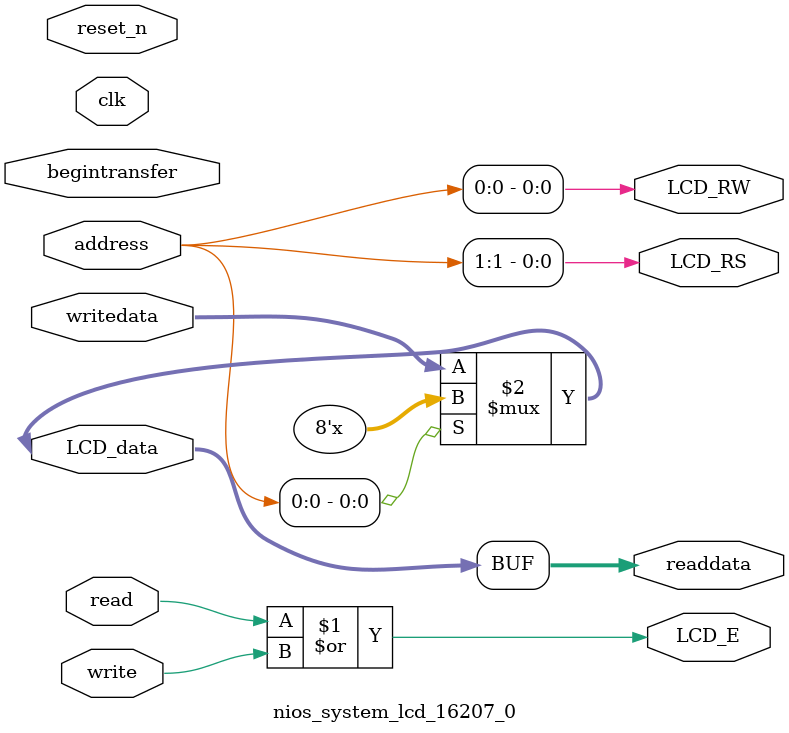
<source format=v>

`timescale 1ns / 1ps
// synthesis translate_on

// turn off superfluous verilog processor warnings 
// altera message_level Level1 
// altera message_off 10034 10035 10036 10037 10230 10240 10030 

module nios_system_lcd_16207_0 (
                                 // inputs:
                                  address,
                                  begintransfer,
                                  clk,
                                  read,
                                  reset_n,
                                  write,
                                  writedata,

                                 // outputs:
                                  LCD_E,
                                  LCD_RS,
                                  LCD_RW,
                                  LCD_data,
                                  readdata
                               )
;

  output           LCD_E;
  output           LCD_RS;
  output           LCD_RW;
  inout   [  7: 0] LCD_data;
  output  [  7: 0] readdata;
  input   [  1: 0] address;
  input            begintransfer;
  input            clk;
  input            read;
  input            reset_n;
  input            write;
  input   [  7: 0] writedata;

  wire             LCD_E;
  wire             LCD_RS;
  wire             LCD_RW;
  wire    [  7: 0] LCD_data;
  wire    [  7: 0] readdata;
  assign LCD_RW = address[0];
  assign LCD_RS = address[1];
  assign LCD_E = read | write;
  assign LCD_data = (address[0]) ? {8{1'bz}} : writedata;
  assign readdata = LCD_data;
  //control_slave, which is an e_avalon_slave

endmodule


</source>
